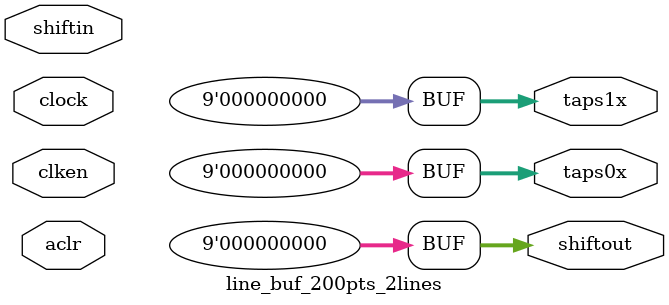
<source format=v>
module line_buf_200pts_2lines(	// file.cleaned.mlir:2:3
  input        aclr,	// file.cleaned.mlir:2:40
               clken,	// file.cleaned.mlir:2:55
               clock,	// file.cleaned.mlir:2:71
  input  [8:0] shiftin,	// file.cleaned.mlir:2:87
  output [8:0] shiftout,	// file.cleaned.mlir:2:106
               taps0x,	// file.cleaned.mlir:2:125
               taps1x	// file.cleaned.mlir:2:142
);

  assign shiftout = 9'h0;	// file.cleaned.mlir:3:14, :4:5
  assign taps0x = 9'h0;	// file.cleaned.mlir:3:14, :4:5
  assign taps1x = 9'h0;	// file.cleaned.mlir:3:14, :4:5
endmodule


</source>
